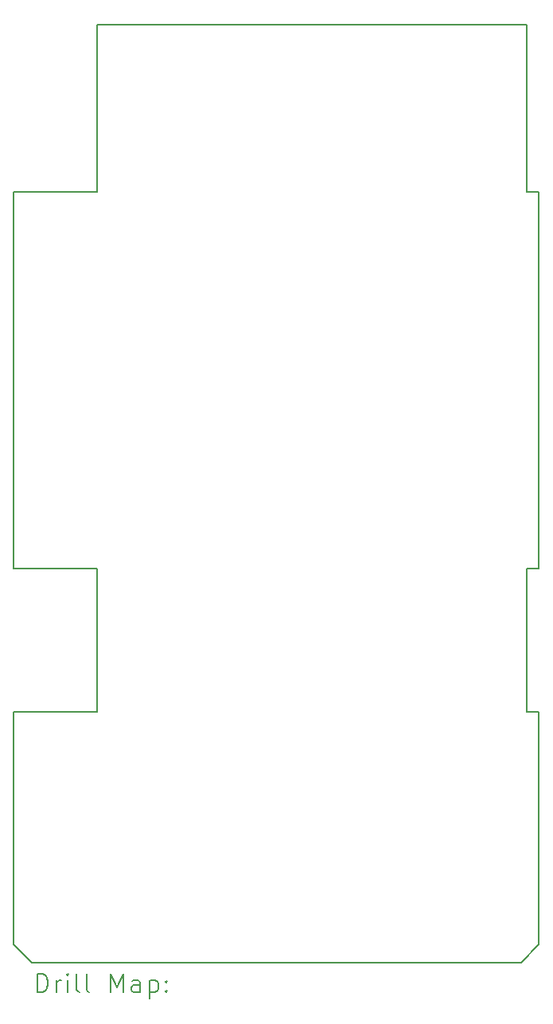
<source format=gbr>
%FSLAX45Y45*%
G04 Gerber Fmt 4.5, Leading zero omitted, Abs format (unit mm)*
G04 Created by KiCad (PCBNEW 6.0.4+dfsg-1+b1) date 2022-05-03 02:33:06*
%MOMM*%
%LPD*%
G01*
G04 APERTURE LIST*
%TA.AperFunction,Profile*%
%ADD10C,0.150000*%
%TD*%
%ADD11C,0.200000*%
G04 APERTURE END LIST*
D10*
X7493000Y-3810000D02*
X7620000Y-3810000D01*
X7620000Y-7810500D01*
X7493000Y-7810500D01*
X7493000Y-9334500D01*
X7620000Y-9334500D01*
X7620000Y-11811000D01*
X7429500Y-12001500D01*
X2222500Y-12001500D01*
X2032000Y-11811000D01*
X2032000Y-9334500D01*
X2921000Y-9334500D01*
X2921000Y-7810500D01*
X2032000Y-7810500D01*
X2032000Y-3810000D01*
X2921000Y-3810000D01*
X2921000Y-2032000D01*
X7493000Y-2032000D01*
X7493000Y-3810000D01*
D11*
X2282119Y-12319476D02*
X2282119Y-12119476D01*
X2329738Y-12119476D01*
X2358310Y-12129000D01*
X2377357Y-12148048D01*
X2386881Y-12167095D01*
X2396405Y-12205190D01*
X2396405Y-12233762D01*
X2386881Y-12271857D01*
X2377357Y-12290905D01*
X2358310Y-12309952D01*
X2329738Y-12319476D01*
X2282119Y-12319476D01*
X2482119Y-12319476D02*
X2482119Y-12186143D01*
X2482119Y-12224238D02*
X2491643Y-12205190D01*
X2501167Y-12195667D01*
X2520214Y-12186143D01*
X2539262Y-12186143D01*
X2605929Y-12319476D02*
X2605929Y-12186143D01*
X2605929Y-12119476D02*
X2596405Y-12129000D01*
X2605929Y-12138524D01*
X2615452Y-12129000D01*
X2605929Y-12119476D01*
X2605929Y-12138524D01*
X2729738Y-12319476D02*
X2710690Y-12309952D01*
X2701167Y-12290905D01*
X2701167Y-12119476D01*
X2834500Y-12319476D02*
X2815452Y-12309952D01*
X2805928Y-12290905D01*
X2805928Y-12119476D01*
X3063071Y-12319476D02*
X3063071Y-12119476D01*
X3129738Y-12262333D01*
X3196405Y-12119476D01*
X3196405Y-12319476D01*
X3377357Y-12319476D02*
X3377357Y-12214714D01*
X3367833Y-12195667D01*
X3348786Y-12186143D01*
X3310690Y-12186143D01*
X3291643Y-12195667D01*
X3377357Y-12309952D02*
X3358309Y-12319476D01*
X3310690Y-12319476D01*
X3291643Y-12309952D01*
X3282119Y-12290905D01*
X3282119Y-12271857D01*
X3291643Y-12252809D01*
X3310690Y-12243286D01*
X3358309Y-12243286D01*
X3377357Y-12233762D01*
X3472595Y-12186143D02*
X3472595Y-12386143D01*
X3472595Y-12195667D02*
X3491643Y-12186143D01*
X3529738Y-12186143D01*
X3548786Y-12195667D01*
X3558309Y-12205190D01*
X3567833Y-12224238D01*
X3567833Y-12281381D01*
X3558309Y-12300428D01*
X3548786Y-12309952D01*
X3529738Y-12319476D01*
X3491643Y-12319476D01*
X3472595Y-12309952D01*
X3653548Y-12300428D02*
X3663071Y-12309952D01*
X3653548Y-12319476D01*
X3644024Y-12309952D01*
X3653548Y-12300428D01*
X3653548Y-12319476D01*
X3653548Y-12195667D02*
X3663071Y-12205190D01*
X3653548Y-12214714D01*
X3644024Y-12205190D01*
X3653548Y-12195667D01*
X3653548Y-12214714D01*
M02*

</source>
